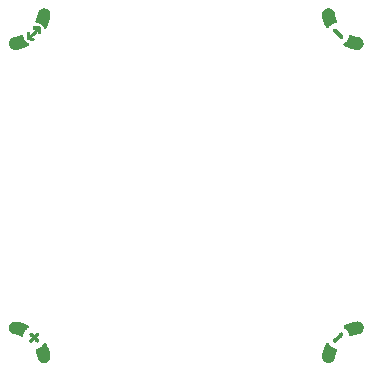
<source format=gbo>
%TF.GenerationSoftware,KiCad,Pcbnew,8.0.8*%
%TF.CreationDate,2025-01-29T17:06:01+00:00*%
%TF.ProjectId,ec30_3x3_l_mh_0.1,65633330-5f33-4783-935f-6c5f6d685f30,v0.1*%
%TF.SameCoordinates,PX8d24d00PY36d6160*%
%TF.FileFunction,Legend,Bot*%
%TF.FilePolarity,Positive*%
%FSLAX46Y46*%
G04 Gerber Fmt 4.6, Leading zero omitted, Abs format (unit mm)*
G04 Created by KiCad (PCBNEW 8.0.8) date 2025-01-29 17:06:01*
%MOMM*%
%LPD*%
G01*
G04 APERTURE LIST*
%ADD10C,0.010000*%
G04 APERTURE END LIST*
D10*
%TO.C,MH3*%
X-11929306Y-13363938D02*
X-11912572Y-13370271D01*
X-11896947Y-13381708D01*
X-11881722Y-13398907D01*
X-11866187Y-13422529D01*
X-11849636Y-13453232D01*
X-11849479Y-13453543D01*
X-11792082Y-13575132D01*
X-11738655Y-13702780D01*
X-11689536Y-13835490D01*
X-11645062Y-13972266D01*
X-11605571Y-14112110D01*
X-11571399Y-14254024D01*
X-11558986Y-14312664D01*
X-11548179Y-14372141D01*
X-11541266Y-14425275D01*
X-11538209Y-14472617D01*
X-11538970Y-14514720D01*
X-11542840Y-14548307D01*
X-11557333Y-14611742D01*
X-11578709Y-14671524D01*
X-11606730Y-14727302D01*
X-11641155Y-14778728D01*
X-11681746Y-14825450D01*
X-11728263Y-14867118D01*
X-11780468Y-14903383D01*
X-11788778Y-14908337D01*
X-11841493Y-14934632D01*
X-11897725Y-14954342D01*
X-11956407Y-14967361D01*
X-12016470Y-14973582D01*
X-12076844Y-14972898D01*
X-12136462Y-14965203D01*
X-12194256Y-14950391D01*
X-12198073Y-14949129D01*
X-12254131Y-14926215D01*
X-12307081Y-14896415D01*
X-12356236Y-14860400D01*
X-12400910Y-14818837D01*
X-12440417Y-14772394D01*
X-12474070Y-14721741D01*
X-12501183Y-14667545D01*
X-12509857Y-14645536D01*
X-12514407Y-14631247D01*
X-12519938Y-14611025D01*
X-12525985Y-14586741D01*
X-12532082Y-14560265D01*
X-12537763Y-14533471D01*
X-12537851Y-14533032D01*
X-12559478Y-14433303D01*
X-12583069Y-14339535D01*
X-12609185Y-14249880D01*
X-12638386Y-14162485D01*
X-12671232Y-14075502D01*
X-12690784Y-14027805D01*
X-12704464Y-13993297D01*
X-12713840Y-13964465D01*
X-12718965Y-13940348D01*
X-12719893Y-13919990D01*
X-12716678Y-13902431D01*
X-12709373Y-13886711D01*
X-12699422Y-13873431D01*
X-12690472Y-13864166D01*
X-12680762Y-13856500D01*
X-12668906Y-13849764D01*
X-12653514Y-13843288D01*
X-12633201Y-13836401D01*
X-12606578Y-13828434D01*
X-12605692Y-13828178D01*
X-12548901Y-13810494D01*
X-12497170Y-13791449D01*
X-12447627Y-13769922D01*
X-12414566Y-13753728D01*
X-12339432Y-13710990D01*
X-12267854Y-13661466D01*
X-12200558Y-13605786D01*
X-12138273Y-13544582D01*
X-12081726Y-13478485D01*
X-12053964Y-13441164D01*
X-12032031Y-13412366D01*
X-12011697Y-13390615D01*
X-11992236Y-13375370D01*
X-11972919Y-13366090D01*
X-11953022Y-13362231D01*
X-11947857Y-13362050D01*
X-11929306Y-13363938D01*
G36*
X-11929306Y-13363938D02*
G01*
X-11912572Y-13370271D01*
X-11896947Y-13381708D01*
X-11881722Y-13398907D01*
X-11866187Y-13422529D01*
X-11849636Y-13453232D01*
X-11849479Y-13453543D01*
X-11792082Y-13575132D01*
X-11738655Y-13702780D01*
X-11689536Y-13835490D01*
X-11645062Y-13972266D01*
X-11605571Y-14112110D01*
X-11571399Y-14254024D01*
X-11558986Y-14312664D01*
X-11548179Y-14372141D01*
X-11541266Y-14425275D01*
X-11538209Y-14472617D01*
X-11538970Y-14514720D01*
X-11542840Y-14548307D01*
X-11557333Y-14611742D01*
X-11578709Y-14671524D01*
X-11606730Y-14727302D01*
X-11641155Y-14778728D01*
X-11681746Y-14825450D01*
X-11728263Y-14867118D01*
X-11780468Y-14903383D01*
X-11788778Y-14908337D01*
X-11841493Y-14934632D01*
X-11897725Y-14954342D01*
X-11956407Y-14967361D01*
X-12016470Y-14973582D01*
X-12076844Y-14972898D01*
X-12136462Y-14965203D01*
X-12194256Y-14950391D01*
X-12198073Y-14949129D01*
X-12254131Y-14926215D01*
X-12307081Y-14896415D01*
X-12356236Y-14860400D01*
X-12400910Y-14818837D01*
X-12440417Y-14772394D01*
X-12474070Y-14721741D01*
X-12501183Y-14667545D01*
X-12509857Y-14645536D01*
X-12514407Y-14631247D01*
X-12519938Y-14611025D01*
X-12525985Y-14586741D01*
X-12532082Y-14560265D01*
X-12537763Y-14533471D01*
X-12537851Y-14533032D01*
X-12559478Y-14433303D01*
X-12583069Y-14339535D01*
X-12609185Y-14249880D01*
X-12638386Y-14162485D01*
X-12671232Y-14075502D01*
X-12690784Y-14027805D01*
X-12704464Y-13993297D01*
X-12713840Y-13964465D01*
X-12718965Y-13940348D01*
X-12719893Y-13919990D01*
X-12716678Y-13902431D01*
X-12709373Y-13886711D01*
X-12699422Y-13873431D01*
X-12690472Y-13864166D01*
X-12680762Y-13856500D01*
X-12668906Y-13849764D01*
X-12653514Y-13843288D01*
X-12633201Y-13836401D01*
X-12606578Y-13828434D01*
X-12605692Y-13828178D01*
X-12548901Y-13810494D01*
X-12497170Y-13791449D01*
X-12447627Y-13769922D01*
X-12414566Y-13753728D01*
X-12339432Y-13710990D01*
X-12267854Y-13661466D01*
X-12200558Y-13605786D01*
X-12138273Y-13544582D01*
X-12081726Y-13478485D01*
X-12053964Y-13441164D01*
X-12032031Y-13412366D01*
X-12011697Y-13390615D01*
X-11992236Y-13375370D01*
X-11972919Y-13366090D01*
X-11953022Y-13362231D01*
X-11947857Y-13362050D01*
X-11929306Y-13363938D01*
G37*
X-14470182Y-11540337D02*
X-14448497Y-11540714D01*
X-14427534Y-11541718D01*
X-14406291Y-11543511D01*
X-14383763Y-11546254D01*
X-14358946Y-11550109D01*
X-14330836Y-11555238D01*
X-14298429Y-11561801D01*
X-14260722Y-11569961D01*
X-14216709Y-11579880D01*
X-14198323Y-11584098D01*
X-14084910Y-11612611D01*
X-13968731Y-11646406D01*
X-13851643Y-11684817D01*
X-13735502Y-11727177D01*
X-13622165Y-11772819D01*
X-13513489Y-11821078D01*
X-13442320Y-11855488D01*
X-13414793Y-11869973D01*
X-13393762Y-11882767D01*
X-13378190Y-11894681D01*
X-13367038Y-11906523D01*
X-13359269Y-11919103D01*
X-13358396Y-11920960D01*
X-13352421Y-11938994D01*
X-13352473Y-11955818D01*
X-13356428Y-11970059D01*
X-13367282Y-11989771D01*
X-13385603Y-12010018D01*
X-13410983Y-12030363D01*
X-13415769Y-12033664D01*
X-13489001Y-12087738D01*
X-13556469Y-12146942D01*
X-13617931Y-12210983D01*
X-13673147Y-12279569D01*
X-13721873Y-12352405D01*
X-13763868Y-12429201D01*
X-13789376Y-12485751D01*
X-13801721Y-12516942D01*
X-13812941Y-12548335D01*
X-13823691Y-12581956D01*
X-13834628Y-12619833D01*
X-13843484Y-12652771D01*
X-13848796Y-12671014D01*
X-13854211Y-12684062D01*
X-13861050Y-12694563D01*
X-13868503Y-12702984D01*
X-13884066Y-12716423D01*
X-13900453Y-12724502D01*
X-13918764Y-12727265D01*
X-13940096Y-12724757D01*
X-13965548Y-12717022D01*
X-13987979Y-12707827D01*
X-14108498Y-12658383D01*
X-14232787Y-12615101D01*
X-14361429Y-12577801D01*
X-14495006Y-12546301D01*
X-14525687Y-12540017D01*
X-14560370Y-12532916D01*
X-14588751Y-12526604D01*
X-14612370Y-12520632D01*
X-14632764Y-12514555D01*
X-14651473Y-12507926D01*
X-14670035Y-12500296D01*
X-14683873Y-12494072D01*
X-14736854Y-12465333D01*
X-14785921Y-12430188D01*
X-14830505Y-12389366D01*
X-14870033Y-12343595D01*
X-14903934Y-12293603D01*
X-14931637Y-12240119D01*
X-14952571Y-12183872D01*
X-14964218Y-12136552D01*
X-14972342Y-12073793D01*
X-14972879Y-12012164D01*
X-14966155Y-11952149D01*
X-14952496Y-11894233D01*
X-14932226Y-11838904D01*
X-14905671Y-11786645D01*
X-14873155Y-11737942D01*
X-14835005Y-11693281D01*
X-14791545Y-11653146D01*
X-14743100Y-11618025D01*
X-14689996Y-11588401D01*
X-14632558Y-11564760D01*
X-14571111Y-11547588D01*
X-14569401Y-11547219D01*
X-14551719Y-11544037D01*
X-14532477Y-11541913D01*
X-14509778Y-11540716D01*
X-14481730Y-11540314D01*
X-14470182Y-11540337D01*
G36*
X-14470182Y-11540337D02*
G01*
X-14448497Y-11540714D01*
X-14427534Y-11541718D01*
X-14406291Y-11543511D01*
X-14383763Y-11546254D01*
X-14358946Y-11550109D01*
X-14330836Y-11555238D01*
X-14298429Y-11561801D01*
X-14260722Y-11569961D01*
X-14216709Y-11579880D01*
X-14198323Y-11584098D01*
X-14084910Y-11612611D01*
X-13968731Y-11646406D01*
X-13851643Y-11684817D01*
X-13735502Y-11727177D01*
X-13622165Y-11772819D01*
X-13513489Y-11821078D01*
X-13442320Y-11855488D01*
X-13414793Y-11869973D01*
X-13393762Y-11882767D01*
X-13378190Y-11894681D01*
X-13367038Y-11906523D01*
X-13359269Y-11919103D01*
X-13358396Y-11920960D01*
X-13352421Y-11938994D01*
X-13352473Y-11955818D01*
X-13356428Y-11970059D01*
X-13367282Y-11989771D01*
X-13385603Y-12010018D01*
X-13410983Y-12030363D01*
X-13415769Y-12033664D01*
X-13489001Y-12087738D01*
X-13556469Y-12146942D01*
X-13617931Y-12210983D01*
X-13673147Y-12279569D01*
X-13721873Y-12352405D01*
X-13763868Y-12429201D01*
X-13789376Y-12485751D01*
X-13801721Y-12516942D01*
X-13812941Y-12548335D01*
X-13823691Y-12581956D01*
X-13834628Y-12619833D01*
X-13843484Y-12652771D01*
X-13848796Y-12671014D01*
X-13854211Y-12684062D01*
X-13861050Y-12694563D01*
X-13868503Y-12702984D01*
X-13884066Y-12716423D01*
X-13900453Y-12724502D01*
X-13918764Y-12727265D01*
X-13940096Y-12724757D01*
X-13965548Y-12717022D01*
X-13987979Y-12707827D01*
X-14108498Y-12658383D01*
X-14232787Y-12615101D01*
X-14361429Y-12577801D01*
X-14495006Y-12546301D01*
X-14525687Y-12540017D01*
X-14560370Y-12532916D01*
X-14588751Y-12526604D01*
X-14612370Y-12520632D01*
X-14632764Y-12514555D01*
X-14651473Y-12507926D01*
X-14670035Y-12500296D01*
X-14683873Y-12494072D01*
X-14736854Y-12465333D01*
X-14785921Y-12430188D01*
X-14830505Y-12389366D01*
X-14870033Y-12343595D01*
X-14903934Y-12293603D01*
X-14931637Y-12240119D01*
X-14952571Y-12183872D01*
X-14964218Y-12136552D01*
X-14972342Y-12073793D01*
X-14972879Y-12012164D01*
X-14966155Y-11952149D01*
X-14952496Y-11894233D01*
X-14932226Y-11838904D01*
X-14905671Y-11786645D01*
X-14873155Y-11737942D01*
X-14835005Y-11693281D01*
X-14791545Y-11653146D01*
X-14743100Y-11618025D01*
X-14689996Y-11588401D01*
X-14632558Y-11564760D01*
X-14571111Y-11547588D01*
X-14569401Y-11547219D01*
X-14551719Y-11544037D01*
X-14532477Y-11541913D01*
X-14509778Y-11540716D01*
X-14481730Y-11540314D01*
X-14470182Y-11540337D01*
G37*
X-13114506Y-12497744D02*
X-13104489Y-12500501D01*
X-13098602Y-12502693D01*
X-13092612Y-12505668D01*
X-13085887Y-12509983D01*
X-13077796Y-12516197D01*
X-13067706Y-12524868D01*
X-13054986Y-12536554D01*
X-13039003Y-12551814D01*
X-13019125Y-12571204D01*
X-12994721Y-12595283D01*
X-12974957Y-12614880D01*
X-12866811Y-12722233D01*
X-12760645Y-12617032D01*
X-12732077Y-12588945D01*
X-12706322Y-12564069D01*
X-12683875Y-12542858D01*
X-12665228Y-12525771D01*
X-12650876Y-12513264D01*
X-12641313Y-12505793D01*
X-12638604Y-12504147D01*
X-12620453Y-12498507D01*
X-12598447Y-12496247D01*
X-12575738Y-12497328D01*
X-12555479Y-12501711D01*
X-12546947Y-12505289D01*
X-12527717Y-12518943D01*
X-12510939Y-12537314D01*
X-12499689Y-12556627D01*
X-12495621Y-12572497D01*
X-12493995Y-12592489D01*
X-12494804Y-12613173D01*
X-12498038Y-12631121D01*
X-12499893Y-12636489D01*
X-12504805Y-12644005D01*
X-12515448Y-12656814D01*
X-12531730Y-12674815D01*
X-12553556Y-12697908D01*
X-12580835Y-12725992D01*
X-12613473Y-12758967D01*
X-12613864Y-12759359D01*
X-12721687Y-12867473D01*
X-12615858Y-12973774D01*
X-12584916Y-13005038D01*
X-12559409Y-13031231D01*
X-12538995Y-13052725D01*
X-12523333Y-13069893D01*
X-12512080Y-13083107D01*
X-12504896Y-13092739D01*
X-12501973Y-13097831D01*
X-12494904Y-13122144D01*
X-12493808Y-13148731D01*
X-12498620Y-13174713D01*
X-12504024Y-13188237D01*
X-12519679Y-13211452D01*
X-12540303Y-13228674D01*
X-12562926Y-13238733D01*
X-12580623Y-13243114D01*
X-12595638Y-13244148D01*
X-12611644Y-13241809D01*
X-12624985Y-13238271D01*
X-12630727Y-13236399D01*
X-12636361Y-13233923D01*
X-12642513Y-13230295D01*
X-12649807Y-13224964D01*
X-12658867Y-13217380D01*
X-12670317Y-13206995D01*
X-12684782Y-13193256D01*
X-12702886Y-13175616D01*
X-12725253Y-13153524D01*
X-12752507Y-13126430D01*
X-12756674Y-13122280D01*
X-12866807Y-13012589D01*
X-12976940Y-13122280D01*
X-13004916Y-13150105D01*
X-13027918Y-13172853D01*
X-13046571Y-13191073D01*
X-13061500Y-13205316D01*
X-13073328Y-13216130D01*
X-13082679Y-13224066D01*
X-13090179Y-13229675D01*
X-13096451Y-13233505D01*
X-13102120Y-13236106D01*
X-13107810Y-13238029D01*
X-13108629Y-13238271D01*
X-13127410Y-13242924D01*
X-13142701Y-13244183D01*
X-13158173Y-13242078D01*
X-13170688Y-13238733D01*
X-13195345Y-13227492D01*
X-13215225Y-13210402D01*
X-13229656Y-13188407D01*
X-13237966Y-13162452D01*
X-13239782Y-13141598D01*
X-13239548Y-13130444D01*
X-13238597Y-13120482D01*
X-13236433Y-13111030D01*
X-13232561Y-13101407D01*
X-13226487Y-13090932D01*
X-13217714Y-13078924D01*
X-13205748Y-13064703D01*
X-13190094Y-13047586D01*
X-13170256Y-13026895D01*
X-13145740Y-13001946D01*
X-13117756Y-12973774D01*
X-13011927Y-12867473D01*
X-13119589Y-12759359D01*
X-13151989Y-12726607D01*
X-13178747Y-12699078D01*
X-13200033Y-12676590D01*
X-13216016Y-12658958D01*
X-13226867Y-12646000D01*
X-13232753Y-12637530D01*
X-13233560Y-12635877D01*
X-13239427Y-12611956D01*
X-13239209Y-12585914D01*
X-13233352Y-12560140D01*
X-13222301Y-12537024D01*
X-13212846Y-12524873D01*
X-13192656Y-12509080D01*
X-13168362Y-12499030D01*
X-13141724Y-12495120D01*
X-13114506Y-12497744D01*
G36*
X-13114506Y-12497744D02*
G01*
X-13104489Y-12500501D01*
X-13098602Y-12502693D01*
X-13092612Y-12505668D01*
X-13085887Y-12509983D01*
X-13077796Y-12516197D01*
X-13067706Y-12524868D01*
X-13054986Y-12536554D01*
X-13039003Y-12551814D01*
X-13019125Y-12571204D01*
X-12994721Y-12595283D01*
X-12974957Y-12614880D01*
X-12866811Y-12722233D01*
X-12760645Y-12617032D01*
X-12732077Y-12588945D01*
X-12706322Y-12564069D01*
X-12683875Y-12542858D01*
X-12665228Y-12525771D01*
X-12650876Y-12513264D01*
X-12641313Y-12505793D01*
X-12638604Y-12504147D01*
X-12620453Y-12498507D01*
X-12598447Y-12496247D01*
X-12575738Y-12497328D01*
X-12555479Y-12501711D01*
X-12546947Y-12505289D01*
X-12527717Y-12518943D01*
X-12510939Y-12537314D01*
X-12499689Y-12556627D01*
X-12495621Y-12572497D01*
X-12493995Y-12592489D01*
X-12494804Y-12613173D01*
X-12498038Y-12631121D01*
X-12499893Y-12636489D01*
X-12504805Y-12644005D01*
X-12515448Y-12656814D01*
X-12531730Y-12674815D01*
X-12553556Y-12697908D01*
X-12580835Y-12725992D01*
X-12613473Y-12758967D01*
X-12613864Y-12759359D01*
X-12721687Y-12867473D01*
X-12615858Y-12973774D01*
X-12584916Y-13005038D01*
X-12559409Y-13031231D01*
X-12538995Y-13052725D01*
X-12523333Y-13069893D01*
X-12512080Y-13083107D01*
X-12504896Y-13092739D01*
X-12501973Y-13097831D01*
X-12494904Y-13122144D01*
X-12493808Y-13148731D01*
X-12498620Y-13174713D01*
X-12504024Y-13188237D01*
X-12519679Y-13211452D01*
X-12540303Y-13228674D01*
X-12562926Y-13238733D01*
X-12580623Y-13243114D01*
X-12595638Y-13244148D01*
X-12611644Y-13241809D01*
X-12624985Y-13238271D01*
X-12630727Y-13236399D01*
X-12636361Y-13233923D01*
X-12642513Y-13230295D01*
X-12649807Y-13224964D01*
X-12658867Y-13217380D01*
X-12670317Y-13206995D01*
X-12684782Y-13193256D01*
X-12702886Y-13175616D01*
X-12725253Y-13153524D01*
X-12752507Y-13126430D01*
X-12756674Y-13122280D01*
X-12866807Y-13012589D01*
X-12976940Y-13122280D01*
X-13004916Y-13150105D01*
X-13027918Y-13172853D01*
X-13046571Y-13191073D01*
X-13061500Y-13205316D01*
X-13073328Y-13216130D01*
X-13082679Y-13224066D01*
X-13090179Y-13229675D01*
X-13096451Y-13233505D01*
X-13102120Y-13236106D01*
X-13107810Y-13238029D01*
X-13108629Y-13238271D01*
X-13127410Y-13242924D01*
X-13142701Y-13244183D01*
X-13158173Y-13242078D01*
X-13170688Y-13238733D01*
X-13195345Y-13227492D01*
X-13215225Y-13210402D01*
X-13229656Y-13188407D01*
X-13237966Y-13162452D01*
X-13239782Y-13141598D01*
X-13239548Y-13130444D01*
X-13238597Y-13120482D01*
X-13236433Y-13111030D01*
X-13232561Y-13101407D01*
X-13226487Y-13090932D01*
X-13217714Y-13078924D01*
X-13205748Y-13064703D01*
X-13190094Y-13047586D01*
X-13170256Y-13026895D01*
X-13145740Y-13001946D01*
X-13117756Y-12973774D01*
X-13011927Y-12867473D01*
X-13119589Y-12759359D01*
X-13151989Y-12726607D01*
X-13178747Y-12699078D01*
X-13200033Y-12676590D01*
X-13216016Y-12658958D01*
X-13226867Y-12646000D01*
X-13232753Y-12637530D01*
X-13233560Y-12635877D01*
X-13239427Y-12611956D01*
X-13239209Y-12585914D01*
X-13233352Y-12560140D01*
X-13222301Y-12537024D01*
X-13212846Y-12524873D01*
X-13192656Y-12509080D01*
X-13168362Y-12499030D01*
X-13141724Y-12495120D01*
X-13114506Y-12497744D01*
G37*
%TO.C,MH4*%
X14512315Y-11537096D02*
X14545902Y-11540966D01*
X14609337Y-11555459D01*
X14669119Y-11576835D01*
X14724897Y-11604856D01*
X14776323Y-11639281D01*
X14823045Y-11679872D01*
X14864713Y-11726389D01*
X14900978Y-11778594D01*
X14905932Y-11786904D01*
X14932227Y-11839619D01*
X14951937Y-11895851D01*
X14964956Y-11954533D01*
X14971177Y-12014596D01*
X14970493Y-12074970D01*
X14962798Y-12134588D01*
X14947986Y-12192382D01*
X14946724Y-12196199D01*
X14923810Y-12252257D01*
X14894010Y-12305207D01*
X14857995Y-12354362D01*
X14816432Y-12399036D01*
X14769989Y-12438543D01*
X14719336Y-12472196D01*
X14665140Y-12499309D01*
X14643131Y-12507983D01*
X14628842Y-12512533D01*
X14608620Y-12518064D01*
X14584336Y-12524111D01*
X14557860Y-12530208D01*
X14531066Y-12535889D01*
X14530627Y-12535977D01*
X14430898Y-12557604D01*
X14337130Y-12581195D01*
X14247475Y-12607311D01*
X14160080Y-12636512D01*
X14073097Y-12669358D01*
X14025400Y-12688910D01*
X13990892Y-12702590D01*
X13962060Y-12711966D01*
X13937943Y-12717091D01*
X13917585Y-12718019D01*
X13900026Y-12714804D01*
X13884306Y-12707499D01*
X13871026Y-12697548D01*
X13861761Y-12688598D01*
X13854095Y-12678888D01*
X13847359Y-12667032D01*
X13840883Y-12651640D01*
X13833996Y-12631327D01*
X13826029Y-12604704D01*
X13825773Y-12603818D01*
X13808089Y-12547027D01*
X13789044Y-12495296D01*
X13767517Y-12445753D01*
X13751323Y-12412692D01*
X13708585Y-12337558D01*
X13659061Y-12265980D01*
X13603381Y-12198684D01*
X13542177Y-12136399D01*
X13476080Y-12079852D01*
X13438759Y-12052090D01*
X13409961Y-12030157D01*
X13388210Y-12009823D01*
X13372965Y-11990362D01*
X13363685Y-11971045D01*
X13359826Y-11951148D01*
X13359645Y-11945983D01*
X13361533Y-11927432D01*
X13367866Y-11910698D01*
X13379303Y-11895073D01*
X13396502Y-11879848D01*
X13420124Y-11864313D01*
X13450827Y-11847762D01*
X13451138Y-11847605D01*
X13572727Y-11790208D01*
X13700375Y-11736781D01*
X13833085Y-11687662D01*
X13969861Y-11643188D01*
X14109705Y-11603697D01*
X14251619Y-11569525D01*
X14310259Y-11557112D01*
X14369736Y-11546305D01*
X14422870Y-11539392D01*
X14470212Y-11536335D01*
X14512315Y-11537096D01*
G36*
X14512315Y-11537096D02*
G01*
X14545902Y-11540966D01*
X14609337Y-11555459D01*
X14669119Y-11576835D01*
X14724897Y-11604856D01*
X14776323Y-11639281D01*
X14823045Y-11679872D01*
X14864713Y-11726389D01*
X14900978Y-11778594D01*
X14905932Y-11786904D01*
X14932227Y-11839619D01*
X14951937Y-11895851D01*
X14964956Y-11954533D01*
X14971177Y-12014596D01*
X14970493Y-12074970D01*
X14962798Y-12134588D01*
X14947986Y-12192382D01*
X14946724Y-12196199D01*
X14923810Y-12252257D01*
X14894010Y-12305207D01*
X14857995Y-12354362D01*
X14816432Y-12399036D01*
X14769989Y-12438543D01*
X14719336Y-12472196D01*
X14665140Y-12499309D01*
X14643131Y-12507983D01*
X14628842Y-12512533D01*
X14608620Y-12518064D01*
X14584336Y-12524111D01*
X14557860Y-12530208D01*
X14531066Y-12535889D01*
X14530627Y-12535977D01*
X14430898Y-12557604D01*
X14337130Y-12581195D01*
X14247475Y-12607311D01*
X14160080Y-12636512D01*
X14073097Y-12669358D01*
X14025400Y-12688910D01*
X13990892Y-12702590D01*
X13962060Y-12711966D01*
X13937943Y-12717091D01*
X13917585Y-12718019D01*
X13900026Y-12714804D01*
X13884306Y-12707499D01*
X13871026Y-12697548D01*
X13861761Y-12688598D01*
X13854095Y-12678888D01*
X13847359Y-12667032D01*
X13840883Y-12651640D01*
X13833996Y-12631327D01*
X13826029Y-12604704D01*
X13825773Y-12603818D01*
X13808089Y-12547027D01*
X13789044Y-12495296D01*
X13767517Y-12445753D01*
X13751323Y-12412692D01*
X13708585Y-12337558D01*
X13659061Y-12265980D01*
X13603381Y-12198684D01*
X13542177Y-12136399D01*
X13476080Y-12079852D01*
X13438759Y-12052090D01*
X13409961Y-12030157D01*
X13388210Y-12009823D01*
X13372965Y-11990362D01*
X13363685Y-11971045D01*
X13359826Y-11951148D01*
X13359645Y-11945983D01*
X13361533Y-11927432D01*
X13367866Y-11910698D01*
X13379303Y-11895073D01*
X13396502Y-11879848D01*
X13420124Y-11864313D01*
X13450827Y-11847762D01*
X13451138Y-11847605D01*
X13572727Y-11790208D01*
X13700375Y-11736781D01*
X13833085Y-11687662D01*
X13969861Y-11643188D01*
X14109705Y-11603697D01*
X14251619Y-11569525D01*
X14310259Y-11557112D01*
X14369736Y-11546305D01*
X14422870Y-11539392D01*
X14470212Y-11536335D01*
X14512315Y-11537096D01*
G37*
X11953413Y-13350599D02*
X11967654Y-13354554D01*
X11987366Y-13365408D01*
X12007613Y-13383729D01*
X12027958Y-13409109D01*
X12031259Y-13413895D01*
X12085333Y-13487127D01*
X12144537Y-13554595D01*
X12208578Y-13616057D01*
X12277164Y-13671273D01*
X12350000Y-13719999D01*
X12426796Y-13761994D01*
X12483346Y-13787502D01*
X12514537Y-13799847D01*
X12545930Y-13811067D01*
X12579551Y-13821817D01*
X12617428Y-13832754D01*
X12650366Y-13841610D01*
X12668609Y-13846922D01*
X12681657Y-13852337D01*
X12692158Y-13859176D01*
X12700579Y-13866629D01*
X12714018Y-13882192D01*
X12722097Y-13898579D01*
X12724860Y-13916890D01*
X12722352Y-13938222D01*
X12714617Y-13963674D01*
X12705422Y-13986105D01*
X12655978Y-14106624D01*
X12612696Y-14230913D01*
X12575396Y-14359555D01*
X12543896Y-14493132D01*
X12537612Y-14523813D01*
X12530511Y-14558496D01*
X12524199Y-14586877D01*
X12518227Y-14610496D01*
X12512150Y-14630890D01*
X12505521Y-14649599D01*
X12497891Y-14668161D01*
X12491667Y-14681999D01*
X12462928Y-14734980D01*
X12427783Y-14784047D01*
X12386961Y-14828631D01*
X12341190Y-14868159D01*
X12291198Y-14902060D01*
X12237714Y-14929763D01*
X12181467Y-14950697D01*
X12134147Y-14962344D01*
X12071388Y-14970468D01*
X12009759Y-14971005D01*
X11949744Y-14964281D01*
X11891828Y-14950622D01*
X11836499Y-14930352D01*
X11784240Y-14903797D01*
X11735537Y-14871281D01*
X11690876Y-14833131D01*
X11650741Y-14789671D01*
X11615620Y-14741226D01*
X11585996Y-14688122D01*
X11562355Y-14630684D01*
X11545183Y-14569237D01*
X11544814Y-14567527D01*
X11541632Y-14549845D01*
X11539508Y-14530603D01*
X11538311Y-14507904D01*
X11537909Y-14479856D01*
X11537932Y-14468308D01*
X11538309Y-14446623D01*
X11539313Y-14425660D01*
X11541106Y-14404417D01*
X11543849Y-14381889D01*
X11547704Y-14357072D01*
X11552833Y-14328962D01*
X11559396Y-14296555D01*
X11567556Y-14258848D01*
X11577475Y-14214835D01*
X11581693Y-14196449D01*
X11610206Y-14083036D01*
X11644001Y-13966857D01*
X11682412Y-13849769D01*
X11724772Y-13733628D01*
X11770414Y-13620291D01*
X11818673Y-13511615D01*
X11853083Y-13440446D01*
X11867568Y-13412919D01*
X11880362Y-13391888D01*
X11892276Y-13376316D01*
X11904118Y-13365164D01*
X11916698Y-13357395D01*
X11918555Y-13356522D01*
X11936589Y-13350547D01*
X11953413Y-13350599D01*
G36*
X11953413Y-13350599D02*
G01*
X11967654Y-13354554D01*
X11987366Y-13365408D01*
X12007613Y-13383729D01*
X12027958Y-13409109D01*
X12031259Y-13413895D01*
X12085333Y-13487127D01*
X12144537Y-13554595D01*
X12208578Y-13616057D01*
X12277164Y-13671273D01*
X12350000Y-13719999D01*
X12426796Y-13761994D01*
X12483346Y-13787502D01*
X12514537Y-13799847D01*
X12545930Y-13811067D01*
X12579551Y-13821817D01*
X12617428Y-13832754D01*
X12650366Y-13841610D01*
X12668609Y-13846922D01*
X12681657Y-13852337D01*
X12692158Y-13859176D01*
X12700579Y-13866629D01*
X12714018Y-13882192D01*
X12722097Y-13898579D01*
X12724860Y-13916890D01*
X12722352Y-13938222D01*
X12714617Y-13963674D01*
X12705422Y-13986105D01*
X12655978Y-14106624D01*
X12612696Y-14230913D01*
X12575396Y-14359555D01*
X12543896Y-14493132D01*
X12537612Y-14523813D01*
X12530511Y-14558496D01*
X12524199Y-14586877D01*
X12518227Y-14610496D01*
X12512150Y-14630890D01*
X12505521Y-14649599D01*
X12497891Y-14668161D01*
X12491667Y-14681999D01*
X12462928Y-14734980D01*
X12427783Y-14784047D01*
X12386961Y-14828631D01*
X12341190Y-14868159D01*
X12291198Y-14902060D01*
X12237714Y-14929763D01*
X12181467Y-14950697D01*
X12134147Y-14962344D01*
X12071388Y-14970468D01*
X12009759Y-14971005D01*
X11949744Y-14964281D01*
X11891828Y-14950622D01*
X11836499Y-14930352D01*
X11784240Y-14903797D01*
X11735537Y-14871281D01*
X11690876Y-14833131D01*
X11650741Y-14789671D01*
X11615620Y-14741226D01*
X11585996Y-14688122D01*
X11562355Y-14630684D01*
X11545183Y-14569237D01*
X11544814Y-14567527D01*
X11541632Y-14549845D01*
X11539508Y-14530603D01*
X11538311Y-14507904D01*
X11537909Y-14479856D01*
X11537932Y-14468308D01*
X11538309Y-14446623D01*
X11539313Y-14425660D01*
X11541106Y-14404417D01*
X11543849Y-14381889D01*
X11547704Y-14357072D01*
X11552833Y-14328962D01*
X11559396Y-14296555D01*
X11567556Y-14258848D01*
X11577475Y-14214835D01*
X11581693Y-14196449D01*
X11610206Y-14083036D01*
X11644001Y-13966857D01*
X11682412Y-13849769D01*
X11724772Y-13733628D01*
X11770414Y-13620291D01*
X11818673Y-13511615D01*
X11853083Y-13440446D01*
X11867568Y-13412919D01*
X11880362Y-13391888D01*
X11892276Y-13376316D01*
X11904118Y-13365164D01*
X11916698Y-13357395D01*
X11918555Y-13356522D01*
X11936589Y-13350547D01*
X11953413Y-13350599D01*
G37*
X13162030Y-12467280D02*
X13171010Y-12469281D01*
X13201038Y-12481521D01*
X13226016Y-12499423D01*
X13245381Y-12522200D01*
X13258566Y-12549064D01*
X13265008Y-12579227D01*
X13265280Y-12600726D01*
X13264812Y-12608241D01*
X13264213Y-12615108D01*
X13263171Y-12621687D01*
X13261374Y-12628333D01*
X13258508Y-12635404D01*
X13254261Y-12643257D01*
X13248322Y-12652249D01*
X13240377Y-12662738D01*
X13230113Y-12675081D01*
X13217220Y-12689634D01*
X13201383Y-12706755D01*
X13182291Y-12726802D01*
X13159631Y-12750131D01*
X13133091Y-12777099D01*
X13102358Y-12808064D01*
X13067119Y-12843383D01*
X13027063Y-12883414D01*
X12981877Y-12928512D01*
X12955569Y-12954763D01*
X12909008Y-13001216D01*
X12867712Y-13042383D01*
X12831336Y-13078591D01*
X12799534Y-13110171D01*
X12771962Y-13137449D01*
X12748274Y-13160755D01*
X12728124Y-13180416D01*
X12711168Y-13196762D01*
X12697060Y-13210120D01*
X12685454Y-13220819D01*
X12676005Y-13229188D01*
X12668368Y-13235554D01*
X12662198Y-13240247D01*
X12657149Y-13243594D01*
X12652875Y-13245925D01*
X12649033Y-13247566D01*
X12646855Y-13248336D01*
X12615323Y-13255056D01*
X12584413Y-13254451D01*
X12555192Y-13246918D01*
X12528724Y-13232857D01*
X12506076Y-13212666D01*
X12489876Y-13189652D01*
X12484291Y-13178838D01*
X12480827Y-13169326D01*
X12478989Y-13158610D01*
X12478277Y-13144187D01*
X12478183Y-13130839D01*
X12478527Y-13111299D01*
X12479840Y-13097117D01*
X12482546Y-13085735D01*
X12487066Y-13074591D01*
X12487682Y-13073292D01*
X12490347Y-13068862D01*
X12495109Y-13062531D01*
X12502260Y-13053996D01*
X12512088Y-13042958D01*
X12524886Y-13029115D01*
X12540944Y-13012164D01*
X12560552Y-12991806D01*
X12584002Y-12967737D01*
X12611583Y-12939658D01*
X12643588Y-12907266D01*
X12680305Y-12870261D01*
X12722027Y-12828340D01*
X12769043Y-12781202D01*
X12779385Y-12770845D01*
X12826159Y-12724028D01*
X12867684Y-12682523D01*
X12904299Y-12646003D01*
X12936345Y-12614143D01*
X12964158Y-12586617D01*
X12988079Y-12563098D01*
X13008447Y-12543261D01*
X13025600Y-12526780D01*
X13039878Y-12513328D01*
X13051620Y-12502580D01*
X13061164Y-12494209D01*
X13068850Y-12487890D01*
X13075016Y-12483297D01*
X13080002Y-12480103D01*
X13083758Y-12478156D01*
X13109322Y-12469631D01*
X13136419Y-12465903D01*
X13162030Y-12467280D01*
G36*
X13162030Y-12467280D02*
G01*
X13171010Y-12469281D01*
X13201038Y-12481521D01*
X13226016Y-12499423D01*
X13245381Y-12522200D01*
X13258566Y-12549064D01*
X13265008Y-12579227D01*
X13265280Y-12600726D01*
X13264812Y-12608241D01*
X13264213Y-12615108D01*
X13263171Y-12621687D01*
X13261374Y-12628333D01*
X13258508Y-12635404D01*
X13254261Y-12643257D01*
X13248322Y-12652249D01*
X13240377Y-12662738D01*
X13230113Y-12675081D01*
X13217220Y-12689634D01*
X13201383Y-12706755D01*
X13182291Y-12726802D01*
X13159631Y-12750131D01*
X13133091Y-12777099D01*
X13102358Y-12808064D01*
X13067119Y-12843383D01*
X13027063Y-12883414D01*
X12981877Y-12928512D01*
X12955569Y-12954763D01*
X12909008Y-13001216D01*
X12867712Y-13042383D01*
X12831336Y-13078591D01*
X12799534Y-13110171D01*
X12771962Y-13137449D01*
X12748274Y-13160755D01*
X12728124Y-13180416D01*
X12711168Y-13196762D01*
X12697060Y-13210120D01*
X12685454Y-13220819D01*
X12676005Y-13229188D01*
X12668368Y-13235554D01*
X12662198Y-13240247D01*
X12657149Y-13243594D01*
X12652875Y-13245925D01*
X12649033Y-13247566D01*
X12646855Y-13248336D01*
X12615323Y-13255056D01*
X12584413Y-13254451D01*
X12555192Y-13246918D01*
X12528724Y-13232857D01*
X12506076Y-13212666D01*
X12489876Y-13189652D01*
X12484291Y-13178838D01*
X12480827Y-13169326D01*
X12478989Y-13158610D01*
X12478277Y-13144187D01*
X12478183Y-13130839D01*
X12478527Y-13111299D01*
X12479840Y-13097117D01*
X12482546Y-13085735D01*
X12487066Y-13074591D01*
X12487682Y-13073292D01*
X12490347Y-13068862D01*
X12495109Y-13062531D01*
X12502260Y-13053996D01*
X12512088Y-13042958D01*
X12524886Y-13029115D01*
X12540944Y-13012164D01*
X12560552Y-12991806D01*
X12584002Y-12967737D01*
X12611583Y-12939658D01*
X12643588Y-12907266D01*
X12680305Y-12870261D01*
X12722027Y-12828340D01*
X12769043Y-12781202D01*
X12779385Y-12770845D01*
X12826159Y-12724028D01*
X12867684Y-12682523D01*
X12904299Y-12646003D01*
X12936345Y-12614143D01*
X12964158Y-12586617D01*
X12988079Y-12563098D01*
X13008447Y-12543261D01*
X13025600Y-12526780D01*
X13039878Y-12513328D01*
X13051620Y-12502580D01*
X13061164Y-12494209D01*
X13068850Y-12487890D01*
X13075016Y-12483297D01*
X13080002Y-12480103D01*
X13083758Y-12478156D01*
X13109322Y-12469631D01*
X13136419Y-12465903D01*
X13162030Y-12467280D01*
G37*
%TO.C,MH2*%
X12075573Y14972893D02*
X12135191Y14965198D01*
X12192985Y14950386D01*
X12196802Y14949124D01*
X12252860Y14926210D01*
X12305810Y14896410D01*
X12354965Y14860395D01*
X12399639Y14818832D01*
X12439146Y14772389D01*
X12472799Y14721736D01*
X12499912Y14667540D01*
X12508586Y14645531D01*
X12513136Y14631242D01*
X12518667Y14611020D01*
X12524714Y14586736D01*
X12530811Y14560260D01*
X12536492Y14533466D01*
X12536580Y14533027D01*
X12558207Y14433298D01*
X12581798Y14339530D01*
X12607914Y14249875D01*
X12637115Y14162480D01*
X12669961Y14075497D01*
X12689513Y14027800D01*
X12703193Y13993292D01*
X12712569Y13964460D01*
X12717694Y13940343D01*
X12718622Y13919985D01*
X12715407Y13902426D01*
X12708102Y13886706D01*
X12698151Y13873426D01*
X12689201Y13864161D01*
X12679491Y13856495D01*
X12667635Y13849759D01*
X12652243Y13843283D01*
X12631930Y13836396D01*
X12605307Y13828429D01*
X12604421Y13828173D01*
X12547630Y13810489D01*
X12495899Y13791444D01*
X12446356Y13769917D01*
X12413295Y13753723D01*
X12338161Y13710985D01*
X12266583Y13661461D01*
X12199287Y13605781D01*
X12137002Y13544577D01*
X12080455Y13478480D01*
X12052693Y13441159D01*
X12030760Y13412361D01*
X12010426Y13390610D01*
X11990965Y13375365D01*
X11971648Y13366085D01*
X11951751Y13362226D01*
X11946586Y13362045D01*
X11928035Y13363933D01*
X11911301Y13370266D01*
X11895676Y13381703D01*
X11880451Y13398902D01*
X11864916Y13422524D01*
X11848365Y13453227D01*
X11848208Y13453538D01*
X11790811Y13575127D01*
X11737384Y13702775D01*
X11688265Y13835485D01*
X11643791Y13972261D01*
X11604300Y14112105D01*
X11570128Y14254019D01*
X11557715Y14312659D01*
X11546908Y14372136D01*
X11539995Y14425270D01*
X11536938Y14472612D01*
X11537699Y14514715D01*
X11541569Y14548302D01*
X11556062Y14611737D01*
X11577438Y14671519D01*
X11605459Y14727297D01*
X11639884Y14778723D01*
X11680475Y14825445D01*
X11726992Y14867113D01*
X11779197Y14903378D01*
X11787507Y14908332D01*
X11840222Y14934627D01*
X11896454Y14954337D01*
X11955136Y14967356D01*
X12015199Y14973577D01*
X12075573Y14972893D01*
G36*
X12075573Y14972893D02*
G01*
X12135191Y14965198D01*
X12192985Y14950386D01*
X12196802Y14949124D01*
X12252860Y14926210D01*
X12305810Y14896410D01*
X12354965Y14860395D01*
X12399639Y14818832D01*
X12439146Y14772389D01*
X12472799Y14721736D01*
X12499912Y14667540D01*
X12508586Y14645531D01*
X12513136Y14631242D01*
X12518667Y14611020D01*
X12524714Y14586736D01*
X12530811Y14560260D01*
X12536492Y14533466D01*
X12536580Y14533027D01*
X12558207Y14433298D01*
X12581798Y14339530D01*
X12607914Y14249875D01*
X12637115Y14162480D01*
X12669961Y14075497D01*
X12689513Y14027800D01*
X12703193Y13993292D01*
X12712569Y13964460D01*
X12717694Y13940343D01*
X12718622Y13919985D01*
X12715407Y13902426D01*
X12708102Y13886706D01*
X12698151Y13873426D01*
X12689201Y13864161D01*
X12679491Y13856495D01*
X12667635Y13849759D01*
X12652243Y13843283D01*
X12631930Y13836396D01*
X12605307Y13828429D01*
X12604421Y13828173D01*
X12547630Y13810489D01*
X12495899Y13791444D01*
X12446356Y13769917D01*
X12413295Y13753723D01*
X12338161Y13710985D01*
X12266583Y13661461D01*
X12199287Y13605781D01*
X12137002Y13544577D01*
X12080455Y13478480D01*
X12052693Y13441159D01*
X12030760Y13412361D01*
X12010426Y13390610D01*
X11990965Y13375365D01*
X11971648Y13366085D01*
X11951751Y13362226D01*
X11946586Y13362045D01*
X11928035Y13363933D01*
X11911301Y13370266D01*
X11895676Y13381703D01*
X11880451Y13398902D01*
X11864916Y13422524D01*
X11848365Y13453227D01*
X11848208Y13453538D01*
X11790811Y13575127D01*
X11737384Y13702775D01*
X11688265Y13835485D01*
X11643791Y13972261D01*
X11604300Y14112105D01*
X11570128Y14254019D01*
X11557715Y14312659D01*
X11546908Y14372136D01*
X11539995Y14425270D01*
X11536938Y14472612D01*
X11537699Y14514715D01*
X11541569Y14548302D01*
X11556062Y14611737D01*
X11577438Y14671519D01*
X11605459Y14727297D01*
X11639884Y14778723D01*
X11680475Y14825445D01*
X11726992Y14867113D01*
X11779197Y14903378D01*
X11787507Y14908332D01*
X11840222Y14934627D01*
X11896454Y14954337D01*
X11955136Y14967356D01*
X12015199Y14973577D01*
X12075573Y14972893D01*
G37*
X12608844Y13267212D02*
X12615711Y13266613D01*
X12622290Y13265571D01*
X12628936Y13263774D01*
X12636007Y13260908D01*
X12643860Y13256661D01*
X12652852Y13250722D01*
X12663341Y13242777D01*
X12675684Y13232513D01*
X12690237Y13219620D01*
X12707358Y13203783D01*
X12727405Y13184691D01*
X12750734Y13162031D01*
X12777702Y13135491D01*
X12808667Y13104758D01*
X12843986Y13069519D01*
X12884017Y13029463D01*
X12929115Y12984277D01*
X12955366Y12957969D01*
X13001819Y12911408D01*
X13042986Y12870112D01*
X13079194Y12833736D01*
X13110774Y12801934D01*
X13138052Y12774362D01*
X13161358Y12750674D01*
X13181019Y12730524D01*
X13197365Y12713568D01*
X13210723Y12699460D01*
X13221422Y12687854D01*
X13229791Y12678405D01*
X13236157Y12670768D01*
X13240850Y12664598D01*
X13244197Y12659549D01*
X13246528Y12655275D01*
X13248169Y12651433D01*
X13248939Y12649255D01*
X13255659Y12617723D01*
X13255054Y12586813D01*
X13247521Y12557592D01*
X13233460Y12531124D01*
X13213269Y12508476D01*
X13190255Y12492276D01*
X13179441Y12486691D01*
X13169929Y12483227D01*
X13159213Y12481389D01*
X13144790Y12480677D01*
X13131442Y12480583D01*
X13111902Y12480927D01*
X13097720Y12482240D01*
X13086338Y12484946D01*
X13075194Y12489466D01*
X13073895Y12490082D01*
X13069465Y12492747D01*
X13063134Y12497509D01*
X13054599Y12504660D01*
X13043561Y12514488D01*
X13029718Y12527286D01*
X13012767Y12543344D01*
X12992409Y12562952D01*
X12968340Y12586402D01*
X12940261Y12613983D01*
X12907869Y12645988D01*
X12870864Y12682705D01*
X12828943Y12724427D01*
X12781805Y12771443D01*
X12771448Y12781785D01*
X12724631Y12828559D01*
X12683126Y12870084D01*
X12646606Y12906699D01*
X12614746Y12938745D01*
X12587220Y12966558D01*
X12563701Y12990479D01*
X12543864Y13010847D01*
X12527383Y13028000D01*
X12513931Y13042278D01*
X12503183Y13054020D01*
X12494812Y13063564D01*
X12488493Y13071250D01*
X12483900Y13077416D01*
X12480706Y13082402D01*
X12478759Y13086158D01*
X12470234Y13111722D01*
X12466506Y13138819D01*
X12467883Y13164430D01*
X12469884Y13173410D01*
X12482124Y13203438D01*
X12500026Y13228416D01*
X12522803Y13247781D01*
X12549667Y13260966D01*
X12579830Y13267408D01*
X12601329Y13267680D01*
X12608844Y13267212D01*
G36*
X12608844Y13267212D02*
G01*
X12615711Y13266613D01*
X12622290Y13265571D01*
X12628936Y13263774D01*
X12636007Y13260908D01*
X12643860Y13256661D01*
X12652852Y13250722D01*
X12663341Y13242777D01*
X12675684Y13232513D01*
X12690237Y13219620D01*
X12707358Y13203783D01*
X12727405Y13184691D01*
X12750734Y13162031D01*
X12777702Y13135491D01*
X12808667Y13104758D01*
X12843986Y13069519D01*
X12884017Y13029463D01*
X12929115Y12984277D01*
X12955366Y12957969D01*
X13001819Y12911408D01*
X13042986Y12870112D01*
X13079194Y12833736D01*
X13110774Y12801934D01*
X13138052Y12774362D01*
X13161358Y12750674D01*
X13181019Y12730524D01*
X13197365Y12713568D01*
X13210723Y12699460D01*
X13221422Y12687854D01*
X13229791Y12678405D01*
X13236157Y12670768D01*
X13240850Y12664598D01*
X13244197Y12659549D01*
X13246528Y12655275D01*
X13248169Y12651433D01*
X13248939Y12649255D01*
X13255659Y12617723D01*
X13255054Y12586813D01*
X13247521Y12557592D01*
X13233460Y12531124D01*
X13213269Y12508476D01*
X13190255Y12492276D01*
X13179441Y12486691D01*
X13169929Y12483227D01*
X13159213Y12481389D01*
X13144790Y12480677D01*
X13131442Y12480583D01*
X13111902Y12480927D01*
X13097720Y12482240D01*
X13086338Y12484946D01*
X13075194Y12489466D01*
X13073895Y12490082D01*
X13069465Y12492747D01*
X13063134Y12497509D01*
X13054599Y12504660D01*
X13043561Y12514488D01*
X13029718Y12527286D01*
X13012767Y12543344D01*
X12992409Y12562952D01*
X12968340Y12586402D01*
X12940261Y12613983D01*
X12907869Y12645988D01*
X12870864Y12682705D01*
X12828943Y12724427D01*
X12781805Y12771443D01*
X12771448Y12781785D01*
X12724631Y12828559D01*
X12683126Y12870084D01*
X12646606Y12906699D01*
X12614746Y12938745D01*
X12587220Y12966558D01*
X12563701Y12990479D01*
X12543864Y13010847D01*
X12527383Y13028000D01*
X12513931Y13042278D01*
X12503183Y13054020D01*
X12494812Y13063564D01*
X12488493Y13071250D01*
X12483900Y13077416D01*
X12480706Y13082402D01*
X12478759Y13086158D01*
X12470234Y13111722D01*
X12466506Y13138819D01*
X12467883Y13164430D01*
X12469884Y13173410D01*
X12482124Y13203438D01*
X12500026Y13228416D01*
X12522803Y13247781D01*
X12549667Y13260966D01*
X12579830Y13267408D01*
X12601329Y13267680D01*
X12608844Y13267212D01*
G37*
X13938825Y12724752D02*
X13964277Y12717017D01*
X13986708Y12707822D01*
X14107227Y12658378D01*
X14231516Y12615096D01*
X14360158Y12577796D01*
X14493735Y12546296D01*
X14524416Y12540012D01*
X14559099Y12532911D01*
X14587480Y12526599D01*
X14611099Y12520627D01*
X14631493Y12514550D01*
X14650202Y12507921D01*
X14668764Y12500291D01*
X14682602Y12494067D01*
X14735583Y12465328D01*
X14784650Y12430183D01*
X14829234Y12389361D01*
X14868762Y12343590D01*
X14902663Y12293598D01*
X14930366Y12240114D01*
X14951300Y12183867D01*
X14962947Y12136547D01*
X14971071Y12073788D01*
X14971608Y12012159D01*
X14964884Y11952144D01*
X14951225Y11894228D01*
X14930955Y11838899D01*
X14904400Y11786640D01*
X14871884Y11737937D01*
X14833734Y11693276D01*
X14790274Y11653141D01*
X14741829Y11618020D01*
X14688725Y11588396D01*
X14631287Y11564755D01*
X14569840Y11547583D01*
X14568130Y11547214D01*
X14550448Y11544032D01*
X14531206Y11541908D01*
X14508507Y11540711D01*
X14480459Y11540309D01*
X14468911Y11540332D01*
X14447226Y11540709D01*
X14426263Y11541713D01*
X14405020Y11543506D01*
X14382492Y11546249D01*
X14357675Y11550104D01*
X14329565Y11555233D01*
X14297158Y11561796D01*
X14259451Y11569956D01*
X14215438Y11579875D01*
X14197052Y11584093D01*
X14083639Y11612606D01*
X13967460Y11646401D01*
X13850372Y11684812D01*
X13734231Y11727172D01*
X13620894Y11772814D01*
X13512218Y11821073D01*
X13441049Y11855483D01*
X13413522Y11869968D01*
X13392491Y11882762D01*
X13376919Y11894676D01*
X13365767Y11906518D01*
X13357998Y11919098D01*
X13357125Y11920955D01*
X13351150Y11938989D01*
X13351202Y11955813D01*
X13355157Y11970054D01*
X13366011Y11989766D01*
X13384332Y12010013D01*
X13409712Y12030358D01*
X13414498Y12033659D01*
X13487730Y12087733D01*
X13555198Y12146937D01*
X13616660Y12210978D01*
X13671876Y12279564D01*
X13720602Y12352400D01*
X13762597Y12429196D01*
X13788105Y12485746D01*
X13800450Y12516937D01*
X13811670Y12548330D01*
X13822420Y12581951D01*
X13833357Y12619828D01*
X13842213Y12652766D01*
X13847525Y12671009D01*
X13852940Y12684057D01*
X13859779Y12694558D01*
X13867232Y12702979D01*
X13882795Y12716418D01*
X13899182Y12724497D01*
X13917493Y12727260D01*
X13938825Y12724752D01*
G36*
X13938825Y12724752D02*
G01*
X13964277Y12717017D01*
X13986708Y12707822D01*
X14107227Y12658378D01*
X14231516Y12615096D01*
X14360158Y12577796D01*
X14493735Y12546296D01*
X14524416Y12540012D01*
X14559099Y12532911D01*
X14587480Y12526599D01*
X14611099Y12520627D01*
X14631493Y12514550D01*
X14650202Y12507921D01*
X14668764Y12500291D01*
X14682602Y12494067D01*
X14735583Y12465328D01*
X14784650Y12430183D01*
X14829234Y12389361D01*
X14868762Y12343590D01*
X14902663Y12293598D01*
X14930366Y12240114D01*
X14951300Y12183867D01*
X14962947Y12136547D01*
X14971071Y12073788D01*
X14971608Y12012159D01*
X14964884Y11952144D01*
X14951225Y11894228D01*
X14930955Y11838899D01*
X14904400Y11786640D01*
X14871884Y11737937D01*
X14833734Y11693276D01*
X14790274Y11653141D01*
X14741829Y11618020D01*
X14688725Y11588396D01*
X14631287Y11564755D01*
X14569840Y11547583D01*
X14568130Y11547214D01*
X14550448Y11544032D01*
X14531206Y11541908D01*
X14508507Y11540711D01*
X14480459Y11540309D01*
X14468911Y11540332D01*
X14447226Y11540709D01*
X14426263Y11541713D01*
X14405020Y11543506D01*
X14382492Y11546249D01*
X14357675Y11550104D01*
X14329565Y11555233D01*
X14297158Y11561796D01*
X14259451Y11569956D01*
X14215438Y11579875D01*
X14197052Y11584093D01*
X14083639Y11612606D01*
X13967460Y11646401D01*
X13850372Y11684812D01*
X13734231Y11727172D01*
X13620894Y11772814D01*
X13512218Y11821073D01*
X13441049Y11855483D01*
X13413522Y11869968D01*
X13392491Y11882762D01*
X13376919Y11894676D01*
X13365767Y11906518D01*
X13357998Y11919098D01*
X13357125Y11920955D01*
X13351150Y11938989D01*
X13351202Y11955813D01*
X13355157Y11970054D01*
X13366011Y11989766D01*
X13384332Y12010013D01*
X13409712Y12030358D01*
X13414498Y12033659D01*
X13487730Y12087733D01*
X13555198Y12146937D01*
X13616660Y12210978D01*
X13671876Y12279564D01*
X13720602Y12352400D01*
X13762597Y12429196D01*
X13788105Y12485746D01*
X13800450Y12516937D01*
X13811670Y12548330D01*
X13822420Y12581951D01*
X13833357Y12619828D01*
X13842213Y12652766D01*
X13847525Y12671009D01*
X13852940Y12684057D01*
X13859779Y12694558D01*
X13867232Y12702979D01*
X13882795Y12716418D01*
X13899182Y12724497D01*
X13917493Y12727260D01*
X13938825Y12724752D01*
G37*
%TO.C,MH1*%
X-13899840Y12710688D02*
X-13884120Y12703383D01*
X-13870840Y12693432D01*
X-13861575Y12684482D01*
X-13853909Y12674772D01*
X-13847173Y12662916D01*
X-13840697Y12647524D01*
X-13833810Y12627211D01*
X-13825843Y12600588D01*
X-13825587Y12599702D01*
X-13807903Y12542911D01*
X-13788858Y12491180D01*
X-13767331Y12441637D01*
X-13751137Y12408576D01*
X-13708399Y12333442D01*
X-13658875Y12261864D01*
X-13603195Y12194568D01*
X-13541991Y12132283D01*
X-13475894Y12075736D01*
X-13438573Y12047974D01*
X-13409775Y12026041D01*
X-13388024Y12005707D01*
X-13372779Y11986246D01*
X-13363499Y11966929D01*
X-13359640Y11947032D01*
X-13359459Y11941867D01*
X-13361347Y11923316D01*
X-13367680Y11906582D01*
X-13379117Y11890957D01*
X-13396316Y11875732D01*
X-13419938Y11860197D01*
X-13450641Y11843646D01*
X-13450952Y11843489D01*
X-13572541Y11786092D01*
X-13700189Y11732665D01*
X-13832899Y11683546D01*
X-13969675Y11639072D01*
X-14109519Y11599581D01*
X-14251433Y11565409D01*
X-14310073Y11552996D01*
X-14369550Y11542189D01*
X-14422684Y11535276D01*
X-14470026Y11532219D01*
X-14512129Y11532980D01*
X-14545716Y11536850D01*
X-14609151Y11551343D01*
X-14668933Y11572719D01*
X-14724711Y11600740D01*
X-14776137Y11635165D01*
X-14822859Y11675756D01*
X-14864527Y11722273D01*
X-14900792Y11774478D01*
X-14905746Y11782788D01*
X-14932041Y11835503D01*
X-14951751Y11891735D01*
X-14964770Y11950417D01*
X-14970991Y12010480D01*
X-14970307Y12070854D01*
X-14962612Y12130472D01*
X-14947800Y12188266D01*
X-14946538Y12192083D01*
X-14923624Y12248141D01*
X-14893824Y12301091D01*
X-14857809Y12350246D01*
X-14816246Y12394920D01*
X-14769803Y12434427D01*
X-14719150Y12468080D01*
X-14664954Y12495193D01*
X-14642945Y12503867D01*
X-14628656Y12508417D01*
X-14608434Y12513948D01*
X-14584150Y12519995D01*
X-14557674Y12526092D01*
X-14530880Y12531773D01*
X-14530441Y12531861D01*
X-14430712Y12553488D01*
X-14336944Y12577079D01*
X-14247289Y12603195D01*
X-14159894Y12632396D01*
X-14072911Y12665242D01*
X-14025214Y12684794D01*
X-13990706Y12698474D01*
X-13961874Y12707850D01*
X-13937757Y12712975D01*
X-13917399Y12713903D01*
X-13899840Y12710688D01*
G36*
X-13899840Y12710688D02*
G01*
X-13884120Y12703383D01*
X-13870840Y12693432D01*
X-13861575Y12684482D01*
X-13853909Y12674772D01*
X-13847173Y12662916D01*
X-13840697Y12647524D01*
X-13833810Y12627211D01*
X-13825843Y12600588D01*
X-13825587Y12599702D01*
X-13807903Y12542911D01*
X-13788858Y12491180D01*
X-13767331Y12441637D01*
X-13751137Y12408576D01*
X-13708399Y12333442D01*
X-13658875Y12261864D01*
X-13603195Y12194568D01*
X-13541991Y12132283D01*
X-13475894Y12075736D01*
X-13438573Y12047974D01*
X-13409775Y12026041D01*
X-13388024Y12005707D01*
X-13372779Y11986246D01*
X-13363499Y11966929D01*
X-13359640Y11947032D01*
X-13359459Y11941867D01*
X-13361347Y11923316D01*
X-13367680Y11906582D01*
X-13379117Y11890957D01*
X-13396316Y11875732D01*
X-13419938Y11860197D01*
X-13450641Y11843646D01*
X-13450952Y11843489D01*
X-13572541Y11786092D01*
X-13700189Y11732665D01*
X-13832899Y11683546D01*
X-13969675Y11639072D01*
X-14109519Y11599581D01*
X-14251433Y11565409D01*
X-14310073Y11552996D01*
X-14369550Y11542189D01*
X-14422684Y11535276D01*
X-14470026Y11532219D01*
X-14512129Y11532980D01*
X-14545716Y11536850D01*
X-14609151Y11551343D01*
X-14668933Y11572719D01*
X-14724711Y11600740D01*
X-14776137Y11635165D01*
X-14822859Y11675756D01*
X-14864527Y11722273D01*
X-14900792Y11774478D01*
X-14905746Y11782788D01*
X-14932041Y11835503D01*
X-14951751Y11891735D01*
X-14964770Y11950417D01*
X-14970991Y12010480D01*
X-14970307Y12070854D01*
X-14962612Y12130472D01*
X-14947800Y12188266D01*
X-14946538Y12192083D01*
X-14923624Y12248141D01*
X-14893824Y12301091D01*
X-14857809Y12350246D01*
X-14816246Y12394920D01*
X-14769803Y12434427D01*
X-14719150Y12468080D01*
X-14664954Y12495193D01*
X-14642945Y12503867D01*
X-14628656Y12508417D01*
X-14608434Y12513948D01*
X-14584150Y12519995D01*
X-14557674Y12526092D01*
X-14530880Y12531773D01*
X-14530441Y12531861D01*
X-14430712Y12553488D01*
X-14336944Y12577079D01*
X-14247289Y12603195D01*
X-14159894Y12632396D01*
X-14072911Y12665242D01*
X-14025214Y12684794D01*
X-13990706Y12698474D01*
X-13961874Y12707850D01*
X-13937757Y12712975D01*
X-13917399Y12713903D01*
X-13899840Y12710688D01*
G37*
X-11949558Y14960165D02*
X-11891642Y14946506D01*
X-11836313Y14926236D01*
X-11784054Y14899681D01*
X-11735351Y14867165D01*
X-11690690Y14829015D01*
X-11650555Y14785555D01*
X-11615434Y14737110D01*
X-11585810Y14684006D01*
X-11562169Y14626568D01*
X-11544997Y14565121D01*
X-11544628Y14563411D01*
X-11541446Y14545729D01*
X-11539322Y14526487D01*
X-11538125Y14503788D01*
X-11537723Y14475740D01*
X-11537746Y14464192D01*
X-11538123Y14442507D01*
X-11539127Y14421544D01*
X-11540920Y14400301D01*
X-11543663Y14377773D01*
X-11547518Y14352956D01*
X-11552647Y14324846D01*
X-11559210Y14292439D01*
X-11567370Y14254732D01*
X-11577289Y14210719D01*
X-11581507Y14192333D01*
X-11610020Y14078920D01*
X-11643815Y13962741D01*
X-11682226Y13845653D01*
X-11724586Y13729512D01*
X-11770228Y13616175D01*
X-11818487Y13507499D01*
X-11852897Y13436330D01*
X-11867382Y13408803D01*
X-11880176Y13387772D01*
X-11892090Y13372200D01*
X-11903932Y13361048D01*
X-11916512Y13353279D01*
X-11918369Y13352406D01*
X-11936403Y13346431D01*
X-11953227Y13346483D01*
X-11967468Y13350438D01*
X-11987180Y13361292D01*
X-12007427Y13379613D01*
X-12027772Y13404993D01*
X-12031073Y13409779D01*
X-12085147Y13483011D01*
X-12144351Y13550479D01*
X-12208392Y13611941D01*
X-12276978Y13667157D01*
X-12349814Y13715883D01*
X-12426610Y13757878D01*
X-12483160Y13783386D01*
X-12514351Y13795731D01*
X-12545744Y13806951D01*
X-12579365Y13817701D01*
X-12617242Y13828638D01*
X-12650180Y13837494D01*
X-12668423Y13842806D01*
X-12681471Y13848221D01*
X-12691972Y13855060D01*
X-12700393Y13862513D01*
X-12713832Y13878076D01*
X-12721911Y13894463D01*
X-12724674Y13912774D01*
X-12722166Y13934106D01*
X-12714431Y13959558D01*
X-12705236Y13981989D01*
X-12655792Y14102508D01*
X-12612510Y14226797D01*
X-12575210Y14355439D01*
X-12543710Y14489016D01*
X-12537426Y14519697D01*
X-12530325Y14554380D01*
X-12524013Y14582761D01*
X-12518041Y14606380D01*
X-12511964Y14626774D01*
X-12505335Y14645483D01*
X-12497705Y14664045D01*
X-12491481Y14677883D01*
X-12462742Y14730864D01*
X-12427597Y14779931D01*
X-12386775Y14824515D01*
X-12341004Y14864043D01*
X-12291012Y14897944D01*
X-12237528Y14925647D01*
X-12181281Y14946581D01*
X-12133961Y14958228D01*
X-12071202Y14966352D01*
X-12009573Y14966889D01*
X-11949558Y14960165D01*
G36*
X-11949558Y14960165D02*
G01*
X-11891642Y14946506D01*
X-11836313Y14926236D01*
X-11784054Y14899681D01*
X-11735351Y14867165D01*
X-11690690Y14829015D01*
X-11650555Y14785555D01*
X-11615434Y14737110D01*
X-11585810Y14684006D01*
X-11562169Y14626568D01*
X-11544997Y14565121D01*
X-11544628Y14563411D01*
X-11541446Y14545729D01*
X-11539322Y14526487D01*
X-11538125Y14503788D01*
X-11537723Y14475740D01*
X-11537746Y14464192D01*
X-11538123Y14442507D01*
X-11539127Y14421544D01*
X-11540920Y14400301D01*
X-11543663Y14377773D01*
X-11547518Y14352956D01*
X-11552647Y14324846D01*
X-11559210Y14292439D01*
X-11567370Y14254732D01*
X-11577289Y14210719D01*
X-11581507Y14192333D01*
X-11610020Y14078920D01*
X-11643815Y13962741D01*
X-11682226Y13845653D01*
X-11724586Y13729512D01*
X-11770228Y13616175D01*
X-11818487Y13507499D01*
X-11852897Y13436330D01*
X-11867382Y13408803D01*
X-11880176Y13387772D01*
X-11892090Y13372200D01*
X-11903932Y13361048D01*
X-11916512Y13353279D01*
X-11918369Y13352406D01*
X-11936403Y13346431D01*
X-11953227Y13346483D01*
X-11967468Y13350438D01*
X-11987180Y13361292D01*
X-12007427Y13379613D01*
X-12027772Y13404993D01*
X-12031073Y13409779D01*
X-12085147Y13483011D01*
X-12144351Y13550479D01*
X-12208392Y13611941D01*
X-12276978Y13667157D01*
X-12349814Y13715883D01*
X-12426610Y13757878D01*
X-12483160Y13783386D01*
X-12514351Y13795731D01*
X-12545744Y13806951D01*
X-12579365Y13817701D01*
X-12617242Y13828638D01*
X-12650180Y13837494D01*
X-12668423Y13842806D01*
X-12681471Y13848221D01*
X-12691972Y13855060D01*
X-12700393Y13862513D01*
X-12713832Y13878076D01*
X-12721911Y13894463D01*
X-12724674Y13912774D01*
X-12722166Y13934106D01*
X-12714431Y13959558D01*
X-12705236Y13981989D01*
X-12655792Y14102508D01*
X-12612510Y14226797D01*
X-12575210Y14355439D01*
X-12543710Y14489016D01*
X-12537426Y14519697D01*
X-12530325Y14554380D01*
X-12524013Y14582761D01*
X-12518041Y14606380D01*
X-12511964Y14626774D01*
X-12505335Y14645483D01*
X-12497705Y14664045D01*
X-12491481Y14677883D01*
X-12462742Y14730864D01*
X-12427597Y14779931D01*
X-12386775Y14824515D01*
X-12341004Y14864043D01*
X-12291012Y14897944D01*
X-12237528Y14925647D01*
X-12181281Y14946581D01*
X-12133961Y14958228D01*
X-12071202Y14966352D01*
X-12009573Y14966889D01*
X-11949558Y14960165D01*
G37*
X-12493080Y13462212D02*
X-12475996Y13461545D01*
X-12462479Y13460274D01*
X-12451804Y13458344D01*
X-12443241Y13455699D01*
X-12436066Y13452282D01*
X-12429548Y13448040D01*
X-12422962Y13442914D01*
X-12419690Y13440230D01*
X-12408818Y13428720D01*
X-12398500Y13413530D01*
X-12390198Y13397311D01*
X-12385378Y13382711D01*
X-12384731Y13376967D01*
X-12383862Y13371125D01*
X-12381375Y13358362D01*
X-12377445Y13339492D01*
X-12372249Y13315326D01*
X-12365964Y13286676D01*
X-12358765Y13254355D01*
X-12350829Y13219174D01*
X-12343059Y13185111D01*
X-12332429Y13138496D01*
X-12323568Y13098904D01*
X-12316374Y13065644D01*
X-12310745Y13038025D01*
X-12306578Y13015357D01*
X-12303773Y12996949D01*
X-12302227Y12982110D01*
X-12301838Y12970148D01*
X-12302505Y12960374D01*
X-12304125Y12952096D01*
X-12306597Y12944623D01*
X-12307332Y12942809D01*
X-12319147Y12922743D01*
X-12336065Y12904491D01*
X-12354590Y12891433D01*
X-12372955Y12885113D01*
X-12395198Y12882434D01*
X-12418164Y12883397D01*
X-12438699Y12888005D01*
X-12446518Y12891379D01*
X-12462601Y12902393D01*
X-12477976Y12917153D01*
X-12490130Y12933021D01*
X-12494924Y12942205D01*
X-12497256Y12949647D01*
X-12500953Y12963448D01*
X-12505667Y12982221D01*
X-12511051Y13004574D01*
X-12516756Y13029118D01*
X-12517679Y13033174D01*
X-12523140Y13057057D01*
X-12528037Y13078151D01*
X-12532091Y13095288D01*
X-12535027Y13107299D01*
X-12536567Y13113019D01*
X-12536699Y13113326D01*
X-12539388Y13110758D01*
X-12546119Y13102977D01*
X-12556031Y13091013D01*
X-12568266Y13075897D01*
X-12576173Y13065985D01*
X-12675778Y12946850D01*
X-12781374Y12832921D01*
X-12892952Y12724207D01*
X-13010506Y12620714D01*
X-13070383Y12571835D01*
X-13087489Y12557937D01*
X-13101915Y12545681D01*
X-13112713Y12535919D01*
X-13118935Y12529499D01*
X-13119992Y12527349D01*
X-13115406Y12525660D01*
X-13104277Y12522381D01*
X-13087771Y12517831D01*
X-13067049Y12512328D01*
X-13043275Y12506190D01*
X-13033622Y12503742D01*
X-13002672Y12495885D01*
X-12978372Y12489537D01*
X-12959665Y12484311D01*
X-12945494Y12479819D01*
X-12934802Y12475675D01*
X-12926530Y12471492D01*
X-12919621Y12466883D01*
X-12913018Y12461461D01*
X-12909519Y12458341D01*
X-12892287Y12437880D01*
X-12881611Y12414547D01*
X-12877307Y12389655D01*
X-12879187Y12364520D01*
X-12887067Y12340457D01*
X-12900759Y12318780D01*
X-12920078Y12300804D01*
X-12932907Y12293037D01*
X-12944041Y12288006D01*
X-12955193Y12284698D01*
X-12967466Y12283199D01*
X-12981962Y12283598D01*
X-12999784Y12285980D01*
X-13022034Y12290434D01*
X-13049815Y12297046D01*
X-13079262Y12304601D01*
X-13107506Y12311970D01*
X-13141348Y12320770D01*
X-13178698Y12330458D01*
X-13217465Y12340493D01*
X-13255558Y12350332D01*
X-13289340Y12359037D01*
X-13326219Y12368613D01*
X-13356249Y12376697D01*
X-13380296Y12383659D01*
X-13399227Y12389867D01*
X-13413910Y12395692D01*
X-13425212Y12401501D01*
X-13433998Y12407665D01*
X-13441137Y12414552D01*
X-13447495Y12422532D01*
X-13451296Y12427998D01*
X-13455259Y12434076D01*
X-13458568Y12440017D01*
X-13461243Y12446515D01*
X-13463304Y12454260D01*
X-13464770Y12463945D01*
X-13465662Y12476262D01*
X-13465999Y12491902D01*
X-13465802Y12511558D01*
X-13465090Y12535922D01*
X-13463883Y12565685D01*
X-13462202Y12601540D01*
X-13460066Y12644179D01*
X-13458438Y12675937D01*
X-13456329Y12715786D01*
X-13454210Y12753614D01*
X-13452136Y12788604D01*
X-13450160Y12819941D01*
X-13448335Y12846810D01*
X-13446716Y12868395D01*
X-13445356Y12883880D01*
X-13444309Y12892450D01*
X-13444109Y12893392D01*
X-13434152Y12916680D01*
X-13418578Y12935719D01*
X-13398698Y12950142D01*
X-13375820Y12959578D01*
X-13351253Y12963660D01*
X-13326306Y12962018D01*
X-13302289Y12954283D01*
X-13280510Y12940086D01*
X-13280003Y12939643D01*
X-13265619Y12923599D01*
X-13254457Y12904889D01*
X-13253901Y12903631D01*
X-13250688Y12895777D01*
X-13248404Y12888519D01*
X-13246954Y12880439D01*
X-13246238Y12870119D01*
X-13246160Y12856140D01*
X-13246622Y12837083D01*
X-13247526Y12811530D01*
X-13247538Y12811208D01*
X-13248562Y12786057D01*
X-13249707Y12761691D01*
X-13250872Y12740023D01*
X-13251957Y12722969D01*
X-13252641Y12714507D01*
X-13253610Y12704569D01*
X-13253823Y12697578D01*
X-13252510Y12693806D01*
X-13248906Y12693523D01*
X-13242243Y12697002D01*
X-13231754Y12704514D01*
X-13216671Y12716329D01*
X-13196226Y12732719D01*
X-13192372Y12735812D01*
X-13109296Y12805234D01*
X-13027210Y12879265D01*
X-12947314Y12956678D01*
X-12870808Y13036246D01*
X-12798892Y13116742D01*
X-12732764Y13196938D01*
X-12700154Y13239329D01*
X-12688638Y13254699D01*
X-12724208Y13252165D01*
X-12741251Y13251202D01*
X-12763702Y13250293D01*
X-12789031Y13249523D01*
X-12814708Y13248976D01*
X-12823278Y13248853D01*
X-12848460Y13248682D01*
X-12867162Y13248952D01*
X-12880834Y13249778D01*
X-12890926Y13251272D01*
X-12898890Y13253547D01*
X-12902653Y13255069D01*
X-12925453Y13269239D01*
X-12943902Y13288974D01*
X-12956941Y13312656D01*
X-12963511Y13338665D01*
X-12964091Y13348973D01*
X-12960457Y13374696D01*
X-12950304Y13398980D01*
X-12934755Y13420094D01*
X-12914934Y13436309D01*
X-12903621Y13442101D01*
X-12898783Y13443996D01*
X-12893587Y13445637D01*
X-12887365Y13447068D01*
X-12879449Y13448335D01*
X-12869173Y13449481D01*
X-12855868Y13450551D01*
X-12838867Y13451589D01*
X-12817501Y13452640D01*
X-12791105Y13453747D01*
X-12759009Y13454955D01*
X-12720547Y13456308D01*
X-12675051Y13457851D01*
X-12657490Y13458439D01*
X-12611652Y13459955D01*
X-12573019Y13461147D01*
X-12540865Y13461957D01*
X-12514461Y13462331D01*
X-12493080Y13462212D01*
G36*
X-12493080Y13462212D02*
G01*
X-12475996Y13461545D01*
X-12462479Y13460274D01*
X-12451804Y13458344D01*
X-12443241Y13455699D01*
X-12436066Y13452282D01*
X-12429548Y13448040D01*
X-12422962Y13442914D01*
X-12419690Y13440230D01*
X-12408818Y13428720D01*
X-12398500Y13413530D01*
X-12390198Y13397311D01*
X-12385378Y13382711D01*
X-12384731Y13376967D01*
X-12383862Y13371125D01*
X-12381375Y13358362D01*
X-12377445Y13339492D01*
X-12372249Y13315326D01*
X-12365964Y13286676D01*
X-12358765Y13254355D01*
X-12350829Y13219174D01*
X-12343059Y13185111D01*
X-12332429Y13138496D01*
X-12323568Y13098904D01*
X-12316374Y13065644D01*
X-12310745Y13038025D01*
X-12306578Y13015357D01*
X-12303773Y12996949D01*
X-12302227Y12982110D01*
X-12301838Y12970148D01*
X-12302505Y12960374D01*
X-12304125Y12952096D01*
X-12306597Y12944623D01*
X-12307332Y12942809D01*
X-12319147Y12922743D01*
X-12336065Y12904491D01*
X-12354590Y12891433D01*
X-12372955Y12885113D01*
X-12395198Y12882434D01*
X-12418164Y12883397D01*
X-12438699Y12888005D01*
X-12446518Y12891379D01*
X-12462601Y12902393D01*
X-12477976Y12917153D01*
X-12490130Y12933021D01*
X-12494924Y12942205D01*
X-12497256Y12949647D01*
X-12500953Y12963448D01*
X-12505667Y12982221D01*
X-12511051Y13004574D01*
X-12516756Y13029118D01*
X-12517679Y13033174D01*
X-12523140Y13057057D01*
X-12528037Y13078151D01*
X-12532091Y13095288D01*
X-12535027Y13107299D01*
X-12536567Y13113019D01*
X-12536699Y13113326D01*
X-12539388Y13110758D01*
X-12546119Y13102977D01*
X-12556031Y13091013D01*
X-12568266Y13075897D01*
X-12576173Y13065985D01*
X-12675778Y12946850D01*
X-12781374Y12832921D01*
X-12892952Y12724207D01*
X-13010506Y12620714D01*
X-13070383Y12571835D01*
X-13087489Y12557937D01*
X-13101915Y12545681D01*
X-13112713Y12535919D01*
X-13118935Y12529499D01*
X-13119992Y12527349D01*
X-13115406Y12525660D01*
X-13104277Y12522381D01*
X-13087771Y12517831D01*
X-13067049Y12512328D01*
X-13043275Y12506190D01*
X-13033622Y12503742D01*
X-13002672Y12495885D01*
X-12978372Y12489537D01*
X-12959665Y12484311D01*
X-12945494Y12479819D01*
X-12934802Y12475675D01*
X-12926530Y12471492D01*
X-12919621Y12466883D01*
X-12913018Y12461461D01*
X-12909519Y12458341D01*
X-12892287Y12437880D01*
X-12881611Y12414547D01*
X-12877307Y12389655D01*
X-12879187Y12364520D01*
X-12887067Y12340457D01*
X-12900759Y12318780D01*
X-12920078Y12300804D01*
X-12932907Y12293037D01*
X-12944041Y12288006D01*
X-12955193Y12284698D01*
X-12967466Y12283199D01*
X-12981962Y12283598D01*
X-12999784Y12285980D01*
X-13022034Y12290434D01*
X-13049815Y12297046D01*
X-13079262Y12304601D01*
X-13107506Y12311970D01*
X-13141348Y12320770D01*
X-13178698Y12330458D01*
X-13217465Y12340493D01*
X-13255558Y12350332D01*
X-13289340Y12359037D01*
X-13326219Y12368613D01*
X-13356249Y12376697D01*
X-13380296Y12383659D01*
X-13399227Y12389867D01*
X-13413910Y12395692D01*
X-13425212Y12401501D01*
X-13433998Y12407665D01*
X-13441137Y12414552D01*
X-13447495Y12422532D01*
X-13451296Y12427998D01*
X-13455259Y12434076D01*
X-13458568Y12440017D01*
X-13461243Y12446515D01*
X-13463304Y12454260D01*
X-13464770Y12463945D01*
X-13465662Y12476262D01*
X-13465999Y12491902D01*
X-13465802Y12511558D01*
X-13465090Y12535922D01*
X-13463883Y12565685D01*
X-13462202Y12601540D01*
X-13460066Y12644179D01*
X-13458438Y12675937D01*
X-13456329Y12715786D01*
X-13454210Y12753614D01*
X-13452136Y12788604D01*
X-13450160Y12819941D01*
X-13448335Y12846810D01*
X-13446716Y12868395D01*
X-13445356Y12883880D01*
X-13444309Y12892450D01*
X-13444109Y12893392D01*
X-13434152Y12916680D01*
X-13418578Y12935719D01*
X-13398698Y12950142D01*
X-13375820Y12959578D01*
X-13351253Y12963660D01*
X-13326306Y12962018D01*
X-13302289Y12954283D01*
X-13280510Y12940086D01*
X-13280003Y12939643D01*
X-13265619Y12923599D01*
X-13254457Y12904889D01*
X-13253901Y12903631D01*
X-13250688Y12895777D01*
X-13248404Y12888519D01*
X-13246954Y12880439D01*
X-13246238Y12870119D01*
X-13246160Y12856140D01*
X-13246622Y12837083D01*
X-13247526Y12811530D01*
X-13247538Y12811208D01*
X-13248562Y12786057D01*
X-13249707Y12761691D01*
X-13250872Y12740023D01*
X-13251957Y12722969D01*
X-13252641Y12714507D01*
X-13253610Y12704569D01*
X-13253823Y12697578D01*
X-13252510Y12693806D01*
X-13248906Y12693523D01*
X-13242243Y12697002D01*
X-13231754Y12704514D01*
X-13216671Y12716329D01*
X-13196226Y12732719D01*
X-13192372Y12735812D01*
X-13109296Y12805234D01*
X-13027210Y12879265D01*
X-12947314Y12956678D01*
X-12870808Y13036246D01*
X-12798892Y13116742D01*
X-12732764Y13196938D01*
X-12700154Y13239329D01*
X-12688638Y13254699D01*
X-12724208Y13252165D01*
X-12741251Y13251202D01*
X-12763702Y13250293D01*
X-12789031Y13249523D01*
X-12814708Y13248976D01*
X-12823278Y13248853D01*
X-12848460Y13248682D01*
X-12867162Y13248952D01*
X-12880834Y13249778D01*
X-12890926Y13251272D01*
X-12898890Y13253547D01*
X-12902653Y13255069D01*
X-12925453Y13269239D01*
X-12943902Y13288974D01*
X-12956941Y13312656D01*
X-12963511Y13338665D01*
X-12964091Y13348973D01*
X-12960457Y13374696D01*
X-12950304Y13398980D01*
X-12934755Y13420094D01*
X-12914934Y13436309D01*
X-12903621Y13442101D01*
X-12898783Y13443996D01*
X-12893587Y13445637D01*
X-12887365Y13447068D01*
X-12879449Y13448335D01*
X-12869173Y13449481D01*
X-12855868Y13450551D01*
X-12838867Y13451589D01*
X-12817501Y13452640D01*
X-12791105Y13453747D01*
X-12759009Y13454955D01*
X-12720547Y13456308D01*
X-12675051Y13457851D01*
X-12657490Y13458439D01*
X-12611652Y13459955D01*
X-12573019Y13461147D01*
X-12540865Y13461957D01*
X-12514461Y13462331D01*
X-12493080Y13462212D01*
G37*
%TD*%
M02*

</source>
